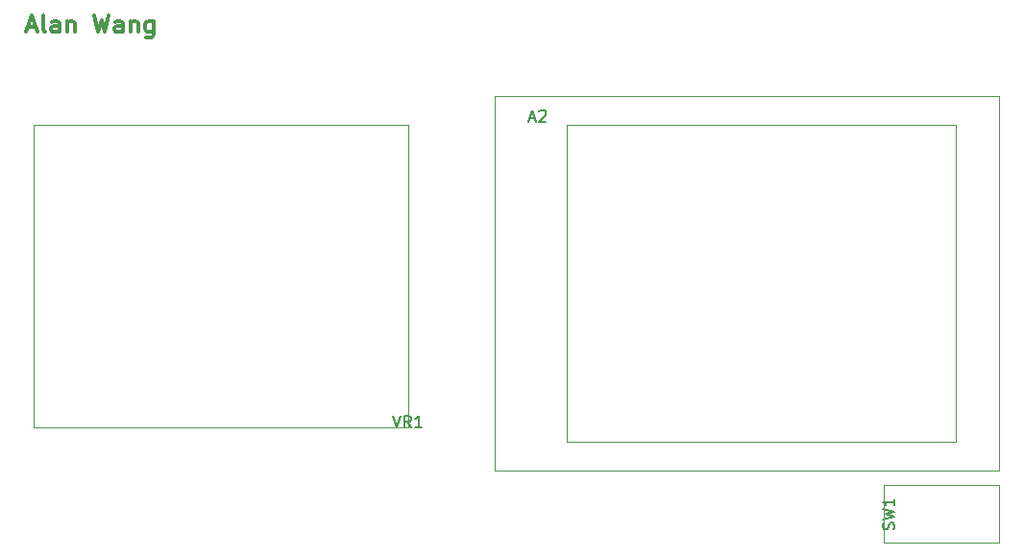
<source format=gto>
G04 #@! TF.GenerationSoftware,KiCad,Pcbnew,(5.1.5)-3*
G04 #@! TF.CreationDate,2020-05-07T09:23:51-07:00*
G04 #@! TF.ProjectId,Pcb,5063622e-6b69-4636-9164-5f7063625858,rev?*
G04 #@! TF.SameCoordinates,Original*
G04 #@! TF.FileFunction,Legend,Top*
G04 #@! TF.FilePolarity,Positive*
%FSLAX46Y46*%
G04 Gerber Fmt 4.6, Leading zero omitted, Abs format (unit mm)*
G04 Created by KiCad (PCBNEW (5.1.5)-3) date 2020-05-07 09:23:51*
%MOMM*%
%LPD*%
G04 APERTURE LIST*
%ADD10C,0.300000*%
%ADD11C,0.120000*%
%ADD12C,0.150000*%
G04 APERTURE END LIST*
D10*
X31258571Y-34540000D02*
X31972857Y-34540000D01*
X31115714Y-34968571D02*
X31615714Y-33468571D01*
X32115714Y-34968571D01*
X32830000Y-34968571D02*
X32687142Y-34897142D01*
X32615714Y-34754285D01*
X32615714Y-33468571D01*
X34044285Y-34968571D02*
X34044285Y-34182857D01*
X33972857Y-34040000D01*
X33830000Y-33968571D01*
X33544285Y-33968571D01*
X33401428Y-34040000D01*
X34044285Y-34897142D02*
X33901428Y-34968571D01*
X33544285Y-34968571D01*
X33401428Y-34897142D01*
X33330000Y-34754285D01*
X33330000Y-34611428D01*
X33401428Y-34468571D01*
X33544285Y-34397142D01*
X33901428Y-34397142D01*
X34044285Y-34325714D01*
X34758571Y-33968571D02*
X34758571Y-34968571D01*
X34758571Y-34111428D02*
X34830000Y-34040000D01*
X34972857Y-33968571D01*
X35187142Y-33968571D01*
X35330000Y-34040000D01*
X35401428Y-34182857D01*
X35401428Y-34968571D01*
X37115714Y-33468571D02*
X37472857Y-34968571D01*
X37758571Y-33897142D01*
X38044285Y-34968571D01*
X38401428Y-33468571D01*
X39615714Y-34968571D02*
X39615714Y-34182857D01*
X39544285Y-34040000D01*
X39401428Y-33968571D01*
X39115714Y-33968571D01*
X38972857Y-34040000D01*
X39615714Y-34897142D02*
X39472857Y-34968571D01*
X39115714Y-34968571D01*
X38972857Y-34897142D01*
X38901428Y-34754285D01*
X38901428Y-34611428D01*
X38972857Y-34468571D01*
X39115714Y-34397142D01*
X39472857Y-34397142D01*
X39615714Y-34325714D01*
X40330000Y-33968571D02*
X40330000Y-34968571D01*
X40330000Y-34111428D02*
X40401428Y-34040000D01*
X40544285Y-33968571D01*
X40758571Y-33968571D01*
X40901428Y-34040000D01*
X40972857Y-34182857D01*
X40972857Y-34968571D01*
X42330000Y-33968571D02*
X42330000Y-35182857D01*
X42258571Y-35325714D01*
X42187142Y-35397142D01*
X42044285Y-35468571D01*
X41830000Y-35468571D01*
X41687142Y-35397142D01*
X42330000Y-34897142D02*
X42187142Y-34968571D01*
X41901428Y-34968571D01*
X41758571Y-34897142D01*
X41687142Y-34825714D01*
X41615714Y-34682857D01*
X41615714Y-34254285D01*
X41687142Y-34111428D01*
X41758571Y-34040000D01*
X41901428Y-33968571D01*
X42187142Y-33968571D01*
X42330000Y-34040000D01*
D11*
X106680000Y-80010000D02*
X106680000Y-78740000D01*
X116840000Y-80010000D02*
X106680000Y-80010000D01*
X116840000Y-74930000D02*
X116840000Y-80010000D01*
X106680000Y-74930000D02*
X116840000Y-74930000D01*
X106680000Y-78740000D02*
X106680000Y-74930000D01*
X72390000Y-40640000D02*
X72390000Y-73660000D01*
X72390000Y-73660000D02*
X116840000Y-73660000D01*
X116840000Y-73660000D02*
X116840000Y-40640000D01*
X116840000Y-40640000D02*
X72390000Y-40640000D01*
X78740000Y-71120000D02*
X113030000Y-71120000D01*
X113030000Y-71120000D02*
X113030000Y-44450000D01*
X113030000Y-44450000D02*
X113030000Y-43180000D01*
X113030000Y-43180000D02*
X78740000Y-43180000D01*
X78740000Y-43180000D02*
X78740000Y-71120000D01*
X64770000Y-43180000D02*
X64770000Y-69850000D01*
X31750000Y-43180000D02*
X64770000Y-43180000D01*
X31750000Y-69850000D02*
X31750000Y-43180000D01*
X64770000Y-69850000D02*
X31750000Y-69850000D01*
D12*
X107584761Y-78803333D02*
X107632380Y-78660476D01*
X107632380Y-78422380D01*
X107584761Y-78327142D01*
X107537142Y-78279523D01*
X107441904Y-78231904D01*
X107346666Y-78231904D01*
X107251428Y-78279523D01*
X107203809Y-78327142D01*
X107156190Y-78422380D01*
X107108571Y-78612857D01*
X107060952Y-78708095D01*
X107013333Y-78755714D01*
X106918095Y-78803333D01*
X106822857Y-78803333D01*
X106727619Y-78755714D01*
X106680000Y-78708095D01*
X106632380Y-78612857D01*
X106632380Y-78374761D01*
X106680000Y-78231904D01*
X106632380Y-77898571D02*
X107632380Y-77660476D01*
X106918095Y-77470000D01*
X107632380Y-77279523D01*
X106632380Y-77041428D01*
X107632380Y-76136666D02*
X107632380Y-76708095D01*
X107632380Y-76422380D02*
X106632380Y-76422380D01*
X106775238Y-76517619D01*
X106870476Y-76612857D01*
X106918095Y-76708095D01*
X75485714Y-42576666D02*
X75961904Y-42576666D01*
X75390476Y-42862380D02*
X75723809Y-41862380D01*
X76057142Y-42862380D01*
X76342857Y-41957619D02*
X76390476Y-41910000D01*
X76485714Y-41862380D01*
X76723809Y-41862380D01*
X76819047Y-41910000D01*
X76866666Y-41957619D01*
X76914285Y-42052857D01*
X76914285Y-42148095D01*
X76866666Y-42290952D01*
X76295238Y-42862380D01*
X76914285Y-42862380D01*
X63460476Y-68802380D02*
X63793809Y-69802380D01*
X64127142Y-68802380D01*
X65031904Y-69802380D02*
X64698571Y-69326190D01*
X64460476Y-69802380D02*
X64460476Y-68802380D01*
X64841428Y-68802380D01*
X64936666Y-68850000D01*
X64984285Y-68897619D01*
X65031904Y-68992857D01*
X65031904Y-69135714D01*
X64984285Y-69230952D01*
X64936666Y-69278571D01*
X64841428Y-69326190D01*
X64460476Y-69326190D01*
X65984285Y-69802380D02*
X65412857Y-69802380D01*
X65698571Y-69802380D02*
X65698571Y-68802380D01*
X65603333Y-68945238D01*
X65508095Y-69040476D01*
X65412857Y-69088095D01*
M02*

</source>
